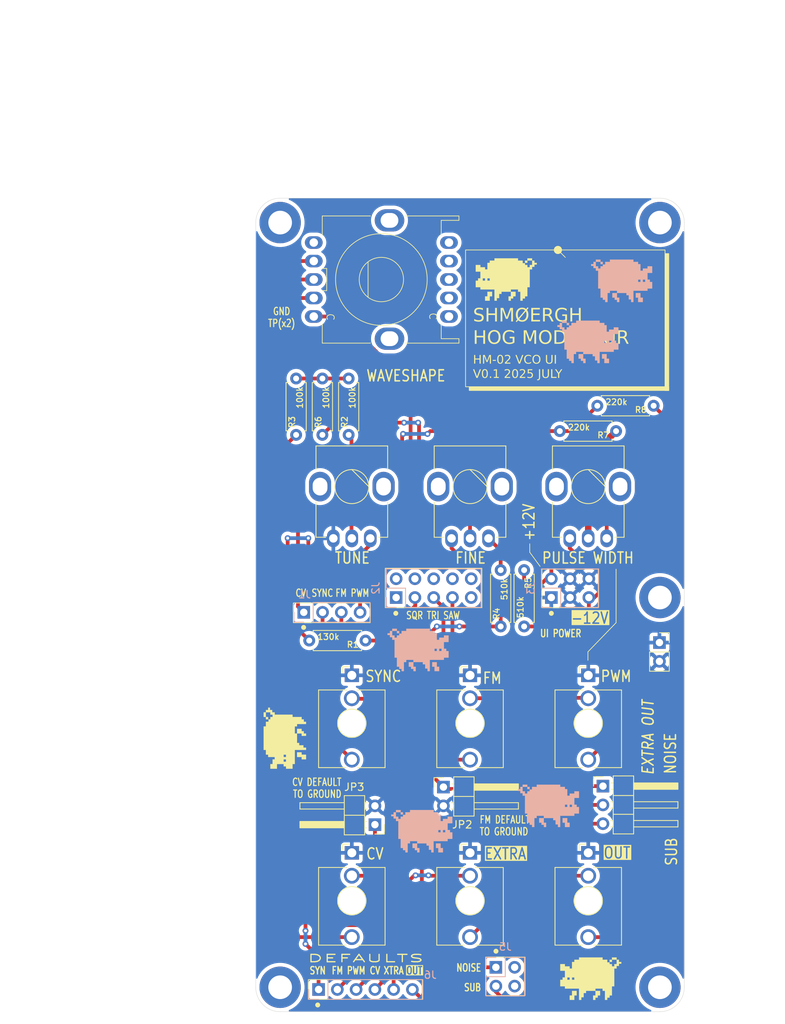
<source format=kicad_pcb>
(kicad_pcb (version 20241229) (generator "pcbnew") (generator_version "9.0")
  (layers (0 "F.Cu" signal) (2 "B.Cu" signal) (13 "F.Paste" user) (15 "B.Paste" user) (5 "F.SilkS" user "F.Silkscreen") (7 "B.SilkS" user "B.Silkscreen") (1 "F.Mask" user) (3 "B.Mask" user) (25 "Edge.Cuts" user))
  (net 0 "")
  (net 1 "HARD_SYNC")
  (net 2 "FM")
  (net 3 "CV")
  (net 4 "SQR_SHAPE")
  (net 7 "TRI")
  (net 9 "SAW")
  (net 11 "SQR")
  (net 12 "+12V")
  (net 13 "GND")
  (net 14 "-12V")
  (net 15 "NOISE")
  (net 16 "SUB")
  (net 17 "Net-(JP1-C)")
  (net 18 "Net-(J_CV1-PadT)")
  (net 19 "EXTRA_DEFAULT")
  (net 20 "OUT_DEFAULT")
  (net 21 "Net-(J_OUT1-PadT)")
  (net 22 "Net-(J_PWM1-PadT)")
  (net 23 "Net-(R1-Pad2)")
  (net 24 "Net-(R2-Pad1)")
  (net 25 "Net-(R4-Pad2)")
  (net 26 "Net-(R5-Pad1)")
  (net 27 "Net-(R6-Pad1)")
  (net 28 "Net-(R7-Pad1)")
  (net 35 "FM_DEFAULT")
  (net 36 "SYNC_DEFAULT")
  (net 37 "PWM_DEFAULT")
  (net 38 "CV_DEFAULT")
  (footprint "Shmoergh_Custom_Footprints:SR1712-0203" (layer "F.Cu") (at 141 55 -90)
    (property "Reference" "U1")
    (property "Value" "0203")
    (fp_text user "C" (at 4.5 7.5 270) (layer "F.SilkS") (effects (font (thickness 0.1)) (justify left bottom)))
    (fp_text user "C" (at 4.4 -6.4 270) (layer "F.SilkS") (effects (font (thickness 0.1)) (justify left bottom)))
    (pad "" thru_hole oval (at -8 -1.1 90) (size 3 4) (drill oval 2 2.4) (layers "*.Cu" "*.Mask"))
    (pad "" thru_hole oval (at 8 -1.1 90) (size 3 4) (drill oval 2 2.4) (layers "*.Cu" "*.Mask"))
    (pad "1" thru_hole oval (at 5 9.15 90) (size 1.7 2.4) (drill 1.15) (layers "*.Cu" "*.Mask") (net 21 "Net-(J_OUT1-PadT)"))
    (pad "2" thru_hole oval (at 2.5 9.15 90) (size 1.7 2.4) (drill 1.15) (layers "*.Cu" "*.Mask") (net 7 "TRI"))
    (pad "3" thru_hole oval (at 0 9.15 90) (size 1.7 2.4) (drill 1.15) (layers "*.Cu" "*.Mask") (net 9 "SAW"))
    (pad "4" thru_hole oval (at -2.5 9.15 90) (size 1.7 2.4) (drill 1.15) (layers "*.Cu" "*.Mask") (net 11 "SQR"))
    (pad "5" thru_hole oval (at -5 9.15 90) (size 1.7 2.4) (drill 1.15) (layers "*.Cu" "*.Mask"))
    (pad "6" thru_hole oval (at -5 -9.15 90) (size 1.7 2.4) (drill 1.15) (layers "*.Cu" "*.Mask"))
    (pad "7" thru_hole oval (at -2.5 -9.15 90) (size 1.7 2.4) (drill 1.15) (layers "*.Cu" "*.Mask"))
    (pad "8" thru_hole oval (at 0 -9.15 90) (size 1.7 2.4) (drill 1.15) (layers "*.Cu" "*.Mask"))
    (pad "9" thru_hole oval (at 2.5 -9.15 90) (size 1.7 2.4) (drill 1.15) (layers "*.Cu" "*.Mask"))
    (pad "10" thru_hole oval (at 5 -9.15 90) (size 1.7 2.4) (drill 1.15) (layers "*.Cu" "*.Mask"))
  )
  (footprint "Connector_PinHeader_2.54mm:PinHeader_1x02_P2.54mm_Horizontal" (layer "F.Cu") (at 140.129 128.709 180)
    (property "Reference" "JP3" (at 2.794 5.08 0) (layer "F.SilkS"))
    (property "Value" "Jumper_2_Open")
    (pad "1" thru_hole rect (at 0 0 180) (size 1.7 1.7) (drill 1) (layers "*.Cu" "*.Mask") (net 38 "CV_DEFAULT"))
    (pad "2" thru_hole circle (at 0 2.54 180) (size 1.7 1.7) (drill 1) (layers "*.Cu" "*.Mask") (net 13 "GND"))
  )
  (footprint "Shmoergh_Custom_Footprints:Jack_3.5mm_QingPu_WQP-PJ398SM_Vertical_CircularHoles" (layer "F.Cu") (at 153 115)
    (property "Reference" "J_FM1")
    (property "Value" "PJ398SM")
    (pad "" np_thru_hole circle (at 0 0) (size 3.4 3.4) (drill 3.4) (layers "*.Cu" "*.Mask"))
    (pad "S" thru_hole rect (at 0 -6.48 180) (size 1.93 1.83) (drill 1.22) (layers "*.Cu" "*.Mask") (net 13 "GND"))
    (pad "T" thru_hole circle (at 0 4.92 180) (size 2.13 2.13) (drill 1.43) (layers "*.Cu" "*.Mask") (net 2 "FM"))
    (pad "TN" thru_hole circle (at 0 -3.38 180) (size 2.13 2.13) (drill 1.42) (layers "*.Cu" "*.Mask") (net 35 "FM_DEFAULT"))
  )
  (footprint "Connector_PinHeader_2.54mm:PinHeader_1x02_P2.54mm_Horizontal" (layer "F.Cu") (at 149.4 123.629)
    (property "Reference" "JP2" (at 2.54 5.08 0) (layer "F.SilkS"))
    (property "Value" "Jumper_2_Open")
    (pad "1" thru_hole rect (at 0 0) (size 1.7 1.7) (drill 1) (layers "*.Cu" "*.Mask") (net 35 "FM_DEFAULT"))
    (pad "2" thru_hole circle (at 0 2.54) (size 1.7 1.7) (drill 1) (layers "*.Cu" "*.Mask") (net 13 "GND"))
  )
  (footprint "Connector_PinSocket_2.54mm:PinSocket_1x02_P2.54mm_Vertical" (layer "F.Cu") (at 178.635 104.091)
    (property "Reference" "J4")
    (property "Value" "Conn_01x02")
    (pad "1" thru_hole rect (at 0 0) (size 1.7 1.7) (drill 1) (layers "*.Cu" "*.Mask") (net 13 "GND"))
    (pad "2" thru_hole circle (at 0 2.54) (size 1.7 1.7) (drill 1) (layers "*.Cu" "*.Mask") (net 13 "GND"))
  )
  (footprint "Shmoergh_Custom_Footprints:Jack_3.5mm_QingPu_WQP-PJ398SM_Vertical_CircularHoles" (layer "F.Cu") (at 153 139)
    (property "Reference" "J_EXTRA_OUT1")
    (property "Value" "PJ398SM")
    (pad "" np_thru_hole circle (at 0 0) (size 3.4 3.4) (drill 3.4) (layers "*.Cu" "*.Mask"))
    (pad "S" thru_hole rect (at 0 -6.48 180) (size 1.93 1.83) (drill 1.22) (layers "*.Cu" "*.Mask") (net 13 "GND"))
    (pad "T" thru_hole circle (at 0 4.92 180) (size 2.13 2.13) (drill 1.43) (layers "*.Cu" "*.Mask") (net 17 "Net-(JP1-C)"))
    (pad "TN" thru_hole circle (at 0 -3.38 180) (size 2.13 2.13) (drill 1.42) (layers "*.Cu" "*.Mask") (net 19 "EXTRA_DEFAULT"))
  )
  (footprint "MountingHole:MountingHole_3.2mm_M3_DIN965_Pad" (layer "F.Cu") (at 178.7 47.3)
    (property "Reference" "H2")
    (property "Value" "MountingHole")
    (pad "1" thru_hole circle (at 0 0) (size 5.6 5.6) (drill 3.2) (layers "*.Cu" "*.Mask"))
  )
  (footprint "Shmoergh_Custom_Footprints:Jack_3.5mm_QingPu_WQP-PJ398SM_Vertical_CircularHoles" (layer "F.Cu") (at 137 139)
    (property "Reference" "J_CV1")
    (property "Value" "PJ398SM")
    (pad "" np_thru_hole circle (at 0 0) (size 3.4 3.4) (drill 3.4) (layers "*.Cu" "*.Mask"))
    (pad "S" thru_hole rect (at 0 -6.48 180) (size 1.93 1.83) (drill 1.22) (layers "*.Cu" "*.Mask") (net 13 "GND"))
    (pad "T" thru_hole circle (at 0 4.92 180) (size 2.13 2.13) (drill 1.43) (layers "*.Cu" "*.Mask") (net 18 "Net-(J_CV1-PadT)"))
    (pad "TN" thru_hole circle (at 0 -3.38 180) (size 2.13 2.13) (drill 1.42) (layers "*.Cu" "*.Mask") (net 38 "CV_DEFAULT"))
  )
  (footprint "MountingHole:MountingHole_3.2mm_M3_DIN965_Pad" (layer "F.Cu") (at 178.7 150.7)
    (property "Reference" "H3")
    (property "Value" "MountingHole")
    (pad "1" thru_hole circle (at 0 0) (size 5.6 5.6) (drill 3.2) (layers "*.Cu" "*.Mask"))
  )
  (footprint "Shmoergh_Custom_Footprints:Jack_3.5mm_QingPu_WQP-PJ398SM_Vertical_CircularHoles" (layer "F.Cu") (at 169 115)
    (property "Reference" "J_PWM1")
    (property "Value" "PJ398SM")
    (pad "" np_thru_hole circle (at 0 0) (size 3.4 3.4) (drill 3.4) (layers "*.Cu" "*.Mask"))
    (pad "S" thru_hole rect (at 0 -6.48 180) (size 1.93 1.83) (drill 1.22) (layers "*.Cu" "*.Mask") (net 13 "GND"))
    (pad "T" thru_hole circle (at 0 4.92 180) (size 2.13 2.13) (drill 1.43) (layers "*.Cu" "*.Mask") (net 22 "Net-(J_PWM1-PadT)"))
    (pad "TN" thru_hole circle (at 0 -3.38 180) (size 2.13 2.13) (drill 1.42) (layers "*.Cu" "*.Mask") (net 37 "PWM_DEFAULT"))
  )
  (footprint "Shmoergh_Custom_Footprints:R_Axial_DIN0207_L6.3mm_D2.5mm_P7.62mm_Horizontal" (layer "F.Cu") (at 136.573 76.004 90)
    (property "Reference" "R2" (at 0.85 -0.55 90) (layer "F.SilkS") (effects (font (size 0.8 0.8)) (justify left)))
    (property "Value" "100k" (at 6.6 0.5 90) (layer "F.SilkS") (effects (font (size 0.8 0.8)) (justify right)))
    (pad "1" thru_hole circle (at 0 0 90) (size 1.6 1.6) (drill 0.8) (layers "*.Cu" "*.Mask") (net 24 "Net-(R2-Pad1)"))
    (pad "2" thru_hole oval (at 7.62 0 90) (size 1.6 1.6) (drill 0.8) (layers "*.Cu" "*.Mask") (net 3 "CV"))
  )
  (footprint "Shmoergh_Logo:Gyeszno" (layer "F.Cu") (at 169.339 149.537)
    (property "Reference" "G***" (hide yes))
    (property "Value" "LOGO" (hide yes))
  )
  (footprint "Shmoergh_Custom_Footprints:Jack_3.5mm_QingPu_WQP-PJ398SM_Vertical_CircularHoles" (layer "F.Cu") (at 169 139)
    (property "Reference" "J_OUT1")
    (property "Value" "PJ398SM")
    (pad "" np_thru_hole circle (at 0 0) (size 3.4 3.4) (drill 3.4) (layers "*.Cu" "*.Mask"))
    (pad "S" thru_hole rect (at 0 -6.48 180) (size 1.93 1.83) (drill 1.22) (layers "*.Cu" "*.Mask") (net 13 "GND"))
    (pad "T" thru_hole circle (at 0 4.92 180) (size 2.13 2.13) (drill 1.43) (layers "*.Cu" "*.Mask") (net 21 "Net-(J_OUT1-PadT)"))
    (pad "TN" thru_hole circle (at 0 -3.38 180) (size 2.13 2.13) (drill 1.42) (layers "*.Cu" "*.Mask") (net 20 "OUT_DEFAULT"))
  )
  (footprint "MountingHole:MountingHole_3.2mm_M3_DIN965_Pad" (layer "F.Cu") (at 127.3 47.3)
    (property "Reference" "H1")
    (property "Value" "MountingHole")
    (pad "1" thru_hole circle (at 0 0) (size 5.6 5.6) (drill 3.2) (layers "*.Cu" "*.Mask"))
  )
  (footprint "MountingHole:MountingHole_3.2mm_M3_DIN965_Pad" (layer "F.Cu") (at 127.3 150.7)
    (property "Reference" "H4")
    (property "Value" "MountingHole")
    (pad "1" thru_hole circle (at 0 0) (size 5.6 5.6) (drill 3.2) (layers "*.Cu" "*.Mask"))
  )
  (footprint "Shmoergh_Custom_Footprints:R_Axial_DIN0207_L6.3mm_D2.5mm_P7.62mm_Horizontal" (layer "F.Cu") (at 160.322 94.292 -90)
    (property "Reference" "R5" (at 0.85 -0.55 90) (layer "F.SilkS") (effects (font (size 0.8 0.8)) (justify right)))
    (property "Value" "510k" (at 6.6 0.5 90) (layer "F.SilkS") (effects (font (size 0.8 0.8)) (justify left)))
    (pad "1" thru_hole circle (at 0 0 270) (size 1.6 1.6) (drill 0.8) (layers "*.Cu" "*.Mask") (net 26 "Net-(R5-Pad1)"))
    (pad "2" thru_hole oval (at 7.62 0 270) (size 1.6 1.6) (drill 0.8) (layers "*.Cu" "*.Mask") (net 14 "-12V"))
  )
  (footprint "Shmoergh_Logo:Gyeszno" (layer "F.Cu") (at 157.894 55)
    (property "Reference" "G***" (hide yes))
    (property "Value" "LOGO" (hide yes))
  )
  (footprint "Shmoergh_Custom_Footprints:Potentiometer_Bourns_Single-PTV09A" (layer "F.Cu") (at 169 83)
    (property "Reference" "RV_PWM1")
    (property "Value" "100k")
    (pad "" thru_hole oval (at -4.3 0 180) (size 3 4) (drill oval 2 2.4) (layers "*.Cu" "*.Mask"))
    (pad "" thru_hole oval (at 4.3 0 180) (size 3 4) (drill oval 2 2.4) (layers "*.Cu" "*.Mask"))
    (pad "1" thru_hole oval (at -2.5 7 180) (size 1.7 2.4) (drill 1.15) (layers "*.Cu" "*.Mask") (net 14 "-12V"))
    (pad "2" thru_hole oval (at 0 7 180) (size 1.7 2.4) (drill 1.15) (layers "*.Cu" "*.Mask") (net 28 "Net-(R7-Pad1)"))
    (pad "3" thru_hole oval (at 2.5 7 180) (size 1.7 2.4) (drill 1.15) (layers "*.Cu" "*.Mask") (net 12 "+12V"))
  )
  (footprint "Shmoergh_Custom_Footprints:R_Axial_DIN0207_L6.3mm_D2.5mm_P7.62mm_Horizontal" (layer "F.Cu") (at 133.017 76.004 90)
    (property "Reference" "R6" (at 0.85 -0.55 90) (layer "F.SilkS") (effects (font (size 0.8 0.8)) (justify left)))
    (property "Value" "100k" (at 6.6 0.5 90) (layer "F.SilkS") (effects (font (size 0.8 0.8)) (justify right)))
    (pad "1" thru_hole circle (at 0 0 90) (size 1.6 1.6) (drill 0.8) (layers "*.Cu" "*.Mask") (net 27 "Net-(R6-Pad1)"))
    (pad "2" thru_hole oval (at 7.62 0 90) (size 1.6 1.6) (drill 0.8) (layers "*.Cu" "*.Mask") (net 3 "CV"))
  )
  (footprint "Shmoergh_Custom_Footprints:Potentiometer_Bourns_Single-PTV09A" (layer "F.Cu") (at 137 83)
    (property "Reference" "RV_TUNE1")
    (property "Value" "100k")
    (pad "" thru_hole oval (at -4.3 0 180) (size 3 4) (drill oval 2 2.4) (layers "*.Cu" "*.Mask"))
    (pad "" thru_hole oval (at 4.3 0 180) (size 3 4) (drill oval 2 2.4) (layers "*.Cu" "*.Mask"))
    (pad "1" thru_hole oval (at -2.5 7 180) (size 1.7 2.4) (drill 1.15) (layers "*.Cu" "*.Mask") (net 13 "GND"))
    (pad "2" thru_hole oval (at 0 7 180) (size 1.7 2.4) (drill 1.15) (layers "*.Cu" "*.Mask") (net 24 "Net-(R2-Pad1)"))
    (pad "3" thru_hole oval (at 2.5 7 180) (size 1.7 2.4) (drill 1.15) (layers "*.Cu" "*.Mask") (net 23 "Net-(R1-Pad2)"))
  )
  (footprint "Shmoergh_Custom_Footprints:R_Axial_DIN0207_L6.3mm_D2.5mm_P7.62mm_Horizontal" (layer "F.Cu") (at 129.461 76.004 90)
    (property "Reference" "R3" (at 0.85 -0.55 90) (layer "F.SilkS") (effects (font (size 0.8 0.8)) (justify left)))
    (property "Value" "100k" (at 6.6 0.5 90) (layer "F.SilkS") (effects (font (size 0.8 0.8)) (justify right)))
    (pad "1" thru_hole circle (at 0 0 90) (size 1.6 1.6) (drill 0.8) (layers "*.Cu" "*.Mask") (net 18 "Net-(J_CV1-PadT)"))
    (pad "2" thru_hole oval (at 7.62 0 90) (size 1.6 1.6) (drill 0.8) (layers "*.Cu" "*.Mask") (net 3 "CV"))
  )
  (footprint "Shmoergh_Custom_Footprints:Potentiometer_Bourns_Single-PTV09A" (layer "F.Cu") (at 153 83)
    (property "Reference" "RV_FINE1")
    (property "Value" "100k")
    (pad "" thru_hole oval (at -4.3 0 180) (size 3 4) (drill oval 2 2.4) (layers "*.Cu" "*.Mask"))
    (pad "" thru_hole oval (at 4.3 0 180) (size 3 4) (drill oval 2 2.4) (layers "*.Cu" "*.Mask"))
    (pad "1" thru_hole oval (at -2.5 7 180) (size 1.7 2.4) (drill 1.15) (layers "*.Cu" "*.Mask") (net 26 "Net-(R5-Pad1)"))
    (pad "2" thru_hole oval (at 0 7 180) (size 1.7 2.4) (drill 1.15) (layers "*.Cu" "*.Mask") (net 27 "Net-(R6-Pad1)"))
    (pad "3" thru_hole oval (at 2.5 7 180) (size 1.7 2.4) (drill 1.15) (layers "*.Cu" "*.Mask") (net 25 "Net-(R4-Pad2)"))
  )
  (footprint "Shmoergh_Custom_Footprints:R_Axial_DIN0207_L6.3mm_D2.5mm_P7.62mm_Horizontal" (layer "F.Cu") (at 138.859 103.817 180)
    (property "Reference" "R1" (at 0.85 -0.55 0) (layer "F.SilkS") (effects (font (size 0.8 0.8)) (justify right)))
    (property "Value" "130k" (at 6.6 0.5 0) (layer "F.SilkS") (effects (font (size 0.8 0.8)) (justify left)))
    (pad "1" thru_hole circle (at 0 0 180) (size 1.6 1.6) (drill 0.8) (layers "*.Cu" "*.Mask") (net 12 "+12V"))
    (pad "2" thru_hole oval (at 7.62 0 180) (size 1.6 1.6) (drill 0.8) (layers "*.Cu" "*.Mask") (net 23 "Net-(R1-Pad2)"))
  )
  (footprint "Shmoergh_Custom_Footprints:R_Axial_DIN0207_L6.3mm_D2.5mm_P7.62mm_Horizontal" (layer "F.Cu") (at 172.768 75.496 180)
    (property "Reference" "R7" (at 0.85 -0.55 0) (layer "F.SilkS") (effects (font (size 0.8 0.8)) (justify right)))
    (property "Value" "220k" (at 6.6 0.5 0) (layer "F.SilkS") (effects (font (size 0.8 0.8)) (justify left)))
    (pad "1" thru_hole circle (at 0 0 180) (size 1.6 1.6) (drill 0.8) (layers "*.Cu" "*.Mask") (net 28 "Net-(R7-Pad1)"))
    (pad "2" thru_hole oval (at 7.62 0 180) (size 1.6 1.6) (drill 0.8) (layers "*.Cu" "*.Mask") (net 4 "SQR_SHAPE"))
  )
  (footprint "MountingHole:MountingHole_3.2mm_M3_DIN965_Pad" (layer "F.Cu") (at 178.7 98)
    (property "Reference" "H5")
    (property "Value" "MountingHole")
    (pad "1" thru_hole circle (at 0 0) (size 5.6 5.6) (drill 3.2) (layers "*.Cu" "*.Mask"))
  )
  (footprint "Shmoergh_Custom_Footprints:R_Axial_DIN0207_L6.3mm_D2.5mm_P7.62mm_Horizontal" (layer "F.Cu") (at 157.147 101.912 90)
    (property "Reference" "R4" (at 0.85 -0.55 90) (layer "F.SilkS") (effects (font (size 0.8 0.8)) (justify left)))
    (property "Value" "510k" (at 6.6 0.5 90) (layer "F.SilkS") (effects (font (size 0.8 0.8)) (justify right)))
    (pad "1" thru_hole circle (at 0 0 90) (size 1.6 1.6) (drill 0.8) (layers "*.Cu" "*.Mask") (net 12 "+12V"))
    (pad "2" thru_hole oval (at 7.62 0 90) (size 1.6 1.6) (drill 0.8) (layers "*.Cu" "*.Mask") (net 25 "Net-(R4-Pad2)"))
  )
  (footprint "Shmoergh_Custom_Footprints:Jack_3.5mm_QingPu_WQP-PJ398SM_Vertical_CircularHoles" (layer "F.Cu") (at 137 115)
    (property "Reference" "J_SYNC1")
    (property "Value" "PJ398SM")
    (pad "" np_thru_hole circle (at 0 0) (size 3.4 3.4) (drill 3.4) (layers "*.Cu" "*.Mask"))
    (pad "S" thru_hole rect (at 0 -6.48 180) (size 1.93 1.83) (drill 1.22) (layers "*.Cu" "*.Mask") (net 13 "GND"))
    (pad "T" thru_hole circle (at 0 4.92 180) (size 2.13 2.13) (drill 1.43) (layers "*.Cu" "*.Mask") (net 1 "HARD_SYNC"))
    (pad "TN" thru_hole circle (at 0 -3.38 180) (size 2.13 2.13) (drill 1.42) (layers "*.Cu" "*.Mask") (net 36 "SYNC_DEFAULT"))
  )
  (footprint "Shmoergh_Logo:Gyeszno" (layer "F.Cu") (at 127.937 117.025 90)
    (property "Reference" "G***" (hide yes))
    (property "Value" "LOGO" (hide yes))
  )
  (footprint "Shmoergh_Custom_Footprints:R_Axial_DIN0207_L6.3mm_D2.5mm_P7.62mm_Horizontal" (layer "F.Cu") (at 177.848 72.067 180)
    (property "Reference" "R8" (at 0.85 -0.55 0) (layer "F.SilkS") (effects (font (size 0.8 0.8)) (justify right)))
    (property "Value" "220k" (at 6.6 0.5 0) (layer "F.SilkS") (effects (font (size 0.8 0.8)) (justify left)))
    (pad "1" thru_hole circle (at 0 0 180) (size 1.6 1.6) (drill 0.8) (layers "*.Cu" "*.Mask") (net 22 "Net-(J_PWM1-PadT)"))
    (pad "2" thru_hole oval (at 7.62 0 180) (size 1.6 1.6) (drill 0.8) (layers "*.Cu" "*.Mask") (net 4 "SQR_SHAPE"))
  )
  (footprint "Connector_PinHeader_2.54mm:PinHeader_1x03_P2.54mm_Horizontal" (layer "F.Cu") (at 170.99 123.502)
    (property "Reference" "JP1")
    (property "Value" "Jumper_3_Open")
    (pad "1" thru_hole rect (at 0 0) (size 1.7 1.7) (drill 1) (layers "*.Cu" "*.Mask") (net 15 "NOISE"))
    (pad "2" thru_hole circle (at 0 2.54) (size 1.7 1.7) (drill 1) (layers "*.Cu" "*.Mask") (net 17 "Net-(JP1-C)"))
    (pad "3" thru_hole circle (at 0 5.08) (size 1.7 1.7) (drill 1) (layers "*.Cu" "*.Mask") (net 16 "SUB"))
  )
  (footprint "Shmoergh_Logo:Gyeszno" (layer "B.Cu") (at 146.479 129.598 180)
    (property "Reference" "G***" (hide yes))
    (property "Value" "LOGO" (hide yes))
  )
  (footprint "Connector_PinSocket_2.54mm:PinSocket_1x04_P2.54mm_Vertical" (layer "B.Cu") (at 130.5 100 -90)
    (property "Reference" "J1" (at -2.406 -0.104 0) (layer "B.SilkS") (effects (justify mirror)))
    (property "Value" "Conn_01x04")
    (pad "1" thru_hole rect (at 0 0 270) (size 1.7 1.7) (drill 1) (layers "*.Cu" "*.Mask") (net 3 "CV"))
    (pad "2" thru_hole circle (at 0 -2.54 270) (size 1.7 1.7) (drill 1) (layers "*.Cu" "*.Mask") (net 1 "HARD_SYNC"))
    (pad "3" thru_hole circle (at 0 -5.08 270) (size 1.7 1.7) (drill 1) (layers "*.Cu" "*.Mask") (net 2 "FM"))
    (pad "4" thru_hole circle (at 0 -7.62 270) (size 1.7 1.7) (drill 1) (layers "*.Cu" "*.Mask") (net 4 "SQR_SHAPE"))
  )
  (footprint "Connector_PinSocket_2.54mm:PinSocket_2x03_P2.54mm_Vertical" (layer "B.Cu") (at 164 98 -90)
    (property "Reference" "J3" (at -1.27 2.77 90) (layer "B.SilkS") (effects (justify mirror)))
    (property "Value" "Conn_02x03_Odd_Even")
    (pad "1" thru_hole rect (at 0 0 270) (size 1.7 1.7) (drill 1) (layers "*.Cu" "*.Mask") (net 13 "GND"))
    (pad "2" thru_hole circle (at -2.54 0 270) (size 1.7 1.7) (drill 1) (layers "*.Cu" "*.Mask") (net 12 "+12V"))
    (pad "3" thru_hole circle (at 0 -2.54 270) (size 1.7 1.7) (drill 1) (layers "*.Cu" "*.Mask") (net 13 "GND"))
    (pad "4" thru_hole circle (at -2.54 -2.54 270) (size 1.7 1.7) (drill 1) (layers "*.Cu" "*.Mask") (net 13 "GND"))
    (pad "5" thru_hole circle (at 0 -5.08 270) (size 1.7 1.7) (drill 1) (layers "*.Cu" "*.Mask") (net 14 "-12V"))
    (pad "6" thru_hole circle (at -2.54 -5.08 270) (size 1.7 1.7) (drill 1) (layers "*.Cu" "*.Mask") (net 13 "GND"))
  )
  (footprint "Connector_PinSocket_2.54mm:PinSocket_1x06_P2.54mm_Vertical" (layer "B.Cu") (at 132.5 151 -90)
    (property "Reference" "J6" (at -1.966 -15.122 0) (layer "B.SilkS") (effects (justify mirror)))
    (property "Value" "Conn_01x06")
    (pad "1" thru_hole rect (at 0 0 270) (size 1.7 1.7) (drill 1) (layers "*.Cu" "*.Mask") (net 36 "SYNC_DEFAULT"))
    (pad "2" thru_hole circle (at 0 -2.54 270) (size 1.7 1.7) (drill 1) (layers "*.Cu" "*.Mask") (net 35 "FM_DEFAULT"))
    (pad "3" thru_hole circle (at 0 -5.08 270) (size 1.7 1.7) (drill 1) (layers "*.Cu" "*.Mask") (net 37 "PWM_DEFAULT"))
    (pad "4" thru_hole circle (at 0 -7.62 270) (size 1.7 1.7) (drill 1) (layers "*.Cu" "*.Mask") (net 38 "CV_DEFAULT"))
    (pad "5" thru_hole circle (at 0 -10.16 270) (size 1.7 1.7) (drill 1) (layers "*.Cu" "*.Mask") (net 19 "EXTRA_DEFAULT"))
    (pad "6" thru_hole circle (at 0 -12.7 270) (size 1.7 1.7) (drill 1) (layers "*.Cu" "*.Mask") (net 20 "OUT_DEFAULT"))
  )
  (footprint "Shmoergh_Logo:Gyeszno" (layer "B.Cu") (at 163.624 126.169 180)
    (property "Reference" "G***" (hide yes))
    (property "Value" "LOGO" (hide yes))
  )
  (footprint "Shmoergh_Logo:Gyeszno" (layer "B.Cu") (at 168.958 63.431 180)
    (property "Reference" "G***" (hide yes))
    (property "Value" "LOGO" (hide yes))
  )
  (footprint "Connector_PinSocket_2.54mm:PinSocket_2x02_P2.54mm_Vertical" (layer "B.Cu") (at 156.5 148 180)
    (property "Reference" "J5" (at -1.27 2.77 0) (layer "B.SilkS") (effects (justify mirror)))
    (property "Value" "Conn_02x02_Counter_Clockwise")
    (pad "1" thru_hole rect (at 0 0 180) (size 1.7 1.7) (drill 1) (layers "*.Cu" "*.Mask") (net 15 "NOISE"))
    (pad "2" thru_hole circle (at -2.54 0 180) (size 1.7 1.7) (drill 1) (layers "*.Cu" "*.Mask"))
    (pad "3" thru_hole circle (at 0 -2.54 180) (size 1.7 1.7) (drill 1) (layers "*.Cu" "*.Mask") (net 16 "SUB"))
    (pad "4" thru_hole circle (at -2.54 -2.54 180) (size 1.7 1.7) (drill 1) (layers "*.Cu" "*.Mask"))
  )
  (footprint "Shmoergh_Logo:Gyeszno" (layer "B.Cu") (at 173.53 55.176 180)
    (property "Reference" "G***" (hide yes))
    (property "Value" "LOGO" (hide yes))
  )
  (footprint "Connector_PinSocket_2.54mm:PinSocket_2x05_P2.54mm_Vertical" (layer "B.Cu") (at 143 98 -90)
    (property "Reference" "J2" (at -1.27 2.77 90) (layer "B.SilkS") (effects (justify mirror)))
    (property "Value" "Conn_02x05_Odd_Even")
    (pad "1" thru_hole rect (at 0 0 270) (size 1.7 1.7) (drill 1) (layers "*.Cu" "*.Mask"))
    (pad "2" thru_hole circle (at -2.54 0 270) (size 1.7 1.7) (drill 1) (layers "*.Cu" "*.Mask"))
    (pad "3" thru_hole circle (at 0 -2.54 270) (size 1.7 1.7) (drill 1) (layers "*.Cu" "*.Mask") (net 11 "SQR"))
    (pad "4" thru_hole circle (at -2.54 -2.54 270) (size 1.7 1.7) (drill 1) (layers "*.Cu" "*.Mask"))
    (pad "5" thru_hole circle (at 0 -5.08 270) (size 1.7 1.7) (drill 1) (layers "*.Cu" "*.Mask") (net 7 "TRI"))
    (pad "6" thru_hole circle (at -2.54 -5.08 270) (size 1.7 1.7) (drill 1) (layers "*.Cu" "*.Mask"))
    (pad "7" thru_hole circle (at 0 -7.62 270) (size 1.7 1.7) (drill 1) (layers "*.Cu" "*.Mask") (net 9 "SAW"))
    (pad "8" thru_hole circle (at -2.54 -7.62 270) (size 1.7 1.7) (drill 1) (layers "*.Cu" "*.Mask"))
    (pad "9" thru_hole circle (at 0 -10.16 270) (size 1.7 1.7) (drill 1) (layers "*.Cu" "*.Mask"))
    (pad "10" thru_hole circle (at -2.54 -10.16 270) (size 1.7 1.7) (drill 1) (layers "*.Cu" "*.Mask"))
  )
  (footprint "Shmoergh_Logo:Gyeszno" (layer "B.Cu") (at 145.971 105.087 180)
    (property "Reference" "G***" (hide yes))
    (property "Value" "LOGO" (hide yes))
  )
  (gr_rect (start 131.112 149.664) (end 146.606 152.331) (stroke (width 0.1)) (fill no) (layer "F.SilkS"))
  (gr_circle (center 142.952981 100.134) (end 143.206981 100.261) (stroke (width 0.1)) (fill yes) (layer "F.SilkS"))
  (gr_line (start 172.768 94.165) (end 172.768 101.404) (stroke (width 0.1)) (layer "F.SilkS"))
  (gr_line (start 172.768 101.404) (end 168.958 105.341) (stroke (width 0.1)) (layer "F.SilkS"))
  (gr_rect (start 162.735 94.165) (end 170.355 99.372) (stroke (width 0.1)) (fill no) (layer "F.SilkS"))
  (gr_rect (start 152.894 69.5) (end 179.894 70) (stroke (width 0.1)) (fill yes) (layer "F.SilkS"))
  (gr_line (start 161.084 90.736) (end 161.084 91.879) (stroke (width 0.1)) (layer "F.SilkS"))
  (gr_line (start 165.894 52) (end 164.894 51) (stroke (width 0.1)) (layer "F.SilkS"))
  (gr_rect (start 129.08 98.737) (end 139.494 101.404) (stroke (width 0.1)) (fill no) (layer "F.SilkS"))
  (gr_line (start 161.084 91.879) (end 162.481 93.784) (stroke (width 0.1)) (layer "F.SilkS"))
  (gr_rect (start 141.526 94.038) (end 154.607 99.372) (stroke (width 0.1)) (fill no) (layer "F.SilkS"))
  (gr_circle (center 132.382 153.093) (end 132.636 153.22) (stroke (width 0.1)) (fill yes) (layer "F.SilkS"))
  (gr_line (start 168.958 105.341) (end 168.958 106.484) (stroke (width 0.1)) (layer "F.SilkS"))
  (gr_rect (start 179.394 51.5) (end 179.894 70) (stroke (width 0.1)) (fill yes) (layer "F.SilkS"))
  (gr_circle (center 164.005 100.134) (end 164.259 100.261) (stroke (width 0.1)) (fill yes) (layer "F.SilkS"))
  (gr_rect (start 152.394 51) (end 179.394 69.5) (stroke (width 0.1)) (fill no) (layer "F.SilkS"))
  (gr_rect (start 155.115 146.616) (end 160.449 151.823) (stroke (width 0.1)) (fill no) (layer "F.SilkS"))
  (gr_circle (center 156.512 145.824019) (end 156.766 145.951019) (stroke (width 0.1)) (fill yes) (layer "F.SilkS"))
  (gr_circle (center 164.894 51) (end 164.894 50.5) (stroke (width 0.1)) (fill yes) (layer "F.SilkS"))
  (gr_circle (center 130.477 102.039) (end 130.731 102.166) (stroke (width 0.1)) (fill yes) (layer "F.SilkS"))
  (gr_line (start 178.7 154) (end 127.3 154) (stroke (width 0.05)) (layer "Edge.Cuts"))
  (gr_arc (start 182 150.7) (mid 181.033452 153.033452) (end 178.7 154) (stroke (width 0.05)) (layer "Edge.Cuts"))
  (gr_line (start 182 47.3) (end 182 150.7) (stroke (width 0.05)) (layer "Edge.Cuts"))
  (gr_line (start 127.3 44) (end 178.7 44) (stroke (width 0.05)) (layer "Edge.Cuts"))
  (gr_line (start 124 150.7) (end 124 47.3) (stroke (width 0.05)) (layer "Edge.Cuts"))
  (gr_arc (start 124 47.3) (mid 124.966548 44.966548) (end 127.3 44) (stroke (width 0.05)) (layer "Edge.Cuts"))
  (gr_arc (start 127.3 154) (mid 124.966548 153.033452) (end 124 150.7) (stroke (width 0.05)) (layer "Edge.Cuts"))
  (gr_arc (start 178.7 44) (mid 181.033452 44.966548) (end 182 47.3) (stroke (width 0.05)) (layer "Edge.Cuts"))
  (gr_text "SHMØERGH \nHOG MODULEUR" (at 153.394 64 0) (layer "F.SilkS") (effects (font (size 1.8 1.8) (thickness 0.1)) (justify left bottom)))
  (gr_text "PWM" (at 138.097 97.975 0) (layer "F.SilkS") (effects (font (size 1 0.75) (thickness 0.15) (bold yes)) (justify bottom)))
  (gr_text "PWM" (at 172.768 109.532 0) (layer "F.SilkS") (effects (font (size 1.5 1.25) (thickness 0.2) (bold yes)) (justify bottom)))
  (gr_text "CV" (at 140.129 133.535 0) (layer "F.SilkS") (effects (font (size 1.5 1.25) (thickness 0.2) (bold yes)) (justify bottom)))
  (gr_text "DEFAULTS" (at 138.859 147.378 0) (layer "F.SilkS") (effects (font (size 1 2.2) (thickness 0.17) (bold yes)) (justify bottom)))
  (gr_text "SUB" (at 153.337 151.315 0) (layer "F.SilkS") (effects (font (size 1 0.75) (thickness 0.17) (bold yes)) (justify bottom)))
  (gr_text "FM" (at 156.004 109.786 0) (layer "F.SilkS") (effects (font (size 1.5 1.25) (thickness 0.2) (bold yes)) (justify bottom)))
  (gr_text "PWM" (at 137.589 149.029 0) (layer "F.SilkS") (effects (font (size 1 0.75) (thickness 0.17) (bold yes)) (justify bottom)))
  (gr_text "CV" (at 140.129 149.029 0) (layer "F.SilkS") (effects (font (size 1 0.75) (thickness 0.17) (bold yes)) (justify bottom)))
  (gr_text "CV DEFAULT\nTO GROUND" (at 135.684 125.153 0) (layer "F.SilkS") (effects (font (size 1 0.75) (thickness 0.15) (bold yes)) (justify right bottom)))
  (gr_text "FINE" (at 153.083 93.53 0) (layer "F.SilkS") (effects (font (size 1.5 1.25) (thickness 0.2) (bold yes)) (justify bottom)))
  (gr_text "SUB" (at 181.14 130.36 90) (layer "F.SilkS") (effects (font (size 1.5 1.25) (thickness 0.2) (bold yes)) (justify right bottom)))
  (gr_text "PULSE WIDTH" (at 168.958 93.53 0) (layer "F.SilkS") (effects (font (size 1.5 1.25) (thickness 0.2) (bold yes)) (justify bottom)))
  (gr_text "FM" (at 135.049 149.029 0) (layer "F.SilkS") (effects (font (size 1 0.75) (thickness 0.17) (bold yes)) (justify bottom)))
  (gr_text "SQR" (at 145.5 101 0) (layer "F.SilkS") (effects (font (size 1 0.75) (thickness 0.15) (bold yes)) (justify bottom)))
  (gr_text "XTRA" (at 142.669 149.029 0) (layer "F.SilkS") (effects (font (size 1 0.75) (thickness 0.17) (bold yes)) (justify bottom)))
  (gr_text "NOISE" (at 181 121.978 90) (layer "F.SilkS") (effects (font (size 1.5 1.25) (thickness 0.2) (bold yes)) (justify left bottom)))
  (gr_text "UI POWER" (at 165.275 103.436 0) (layer "F.SilkS") (effects (font (size 1 0.75) (thickness 0.17) (bold yes)) (justify bottom)))
  (gr_text "TUNE" (at 137.081 93.53 0) (layer "F.SilkS") (effects (font (size 1.5 1.25) (thickness 0.2) (bold yes)) (justify bottom)))
  (gr_text "EXTRA OUT" (at 177.975 122.105 90) (layer "F.SilkS") (effects (font (size 1.5 1.25) (thickness 0.2) (bold yes) (italic yes)) (justify left bottom)))
  (gr_text "+12V" (at 161.846 87.815 90) (layer "F.SilkS") (effects (font (size 1.5 1.25) (thickness 0.2) (bold yes)) (justify bottom)))
  (gr_text "WAVESHAPE" (at 144.32 68.892 0) (layer "F.SilkS") (effects (font (size 1.5 1.25) (thickness 0.2) (bold yes)) (justify bottom)))
  (gr_text "OUT" (at 172.895 133.408 0) (layer "F.SilkS" knockout) (effects (font (size 1.5 1.25) (thickness 0.2) (bold yes)) (justify bottom)))
  (gr_text "SAW" (at 150.5 101 0) (layer "F.SilkS") (effects (font (size 1 0.75) (thickness 0.15) (bold yes)) (justify bottom)))
  (gr_text "EXTRA" (at 157.782 133.535 0) (layer "F.SilkS" knockout) (effects (font (size 1.5 1.25) (thickness 0.2) (bold yes)) (justify bottom)))
  (gr_text "SYNC" (at 141.272 109.532 0) (layer "F.SilkS") (effects (font (size 1.5 1.25) (thickness 0.2) (bold yes)) (justify bottom)))
  (gr_text "SYN" (at 132.382 149.029 0) (layer "F.SilkS") (effects (font (size 1 0.75) (thickness 0.17) (bold yes)) (justify bottom)))
  (gr_text "FM" (at 135.557 97.975 0) (layer "F.SilkS") (effects (font (size 1 0.75) (thickness 0.15) (bold yes)) (justify bottom)))
  (gr_text "OUT" (at 145.463 149.029 0) (layer "F.SilkS" knockout) (effects (font (size 1 0.75) (thickness 0.17) (bold yes)) (justify bottom)))
  (gr_text "NOISE" (at 152.829 148.648 0) (layer "F.SilkS") (effects (font (size 1 0.75) (thickness 0.17) (bold yes)) (justify bottom)))
  (gr_text "SYNC" (at 133.017 97.975 0) (layer "F.SilkS") (effects (font (size 1 0.75) (thickness 0.15) (bold yes)) (justify bottom)))
  (gr_text "GND\nTP(x2)" (at 127.5 61.5 0) (layer "F.SilkS") (effects (font (size 1 0.75) (thickness 0.15) (bold yes)) (justify bottom)))
  (gr_text "-12V" (at 169.212 101.658 0) (layer "F.SilkS" knockout) (effects (font (size 1.5 1.25) (thickness 0.2) (bold yes)) (justify bottom)))
  (gr_text "FM DEFAULT\nTO GROUND" (at 154.226 130.233 0) (layer "F.SilkS") (effects (font (size 1 0.75) (thickness 0.15) (bold yes)) (justify left bottom)))
  (gr_text "TRI" (at 148 101 0) (layer "F.SilkS") (effects (font (size 1 0.75) (thickness 0.15) (bold yes)) (justify bottom)))
  (gr_text "HM-02 VCO UI \nV0.1 2025 JULY" (at 153.394 68.5 0) (layer "F.SilkS") (effects (font (size 1.15 1.15) (thickness 0.1)) (justify left bottom)))
  (gr_text "CV" (at 130.096 97.975 0) (layer "F.SilkS") (effects (font (size 1 0.75) (thickness 0.15) (bold yes)) (justify bottom)))
  (segment (start 133.04 115.96) (end 133.04 100) (width 0.508) (layer "F.Cu") (net 1))
  (segment (start 137 119.92) (end 133.04 115.96) (width 0.508) (layer "F.Cu") (net 1))
  (segment (start 148.358 119.92) (end 153 119.92) (width 0.508) (layer "F.Cu") (net 2))
  (segment (start 135.557 105.595) (end 136.192 106.23) (width 0.508) (layer "F.Cu") (net 2))
  (segment (start 146.606 107.881) (end 146.606 118.168) (width 0.508) (layer "F.Cu") (net 2))
  (segment (start 136.192 106.23) (end 144.955 106.23) (width 0.508) (layer "F.Cu") (net 2))
  (segment (start 135.557 104.117) (end 135.557 105.595) (width 0.508) (layer "F.Cu") (net 2))
  (segment (start 146.606 118.168) (end 148.358 119.92) (width 0.508) (layer "F.Cu") (net 2))
  (segment (start 135.58 104.094) (end 135.557 104.117) (width 0.508) (layer "F.Cu") (net 2))
  (segment (start 135.58 100) (end 135.58 104.094) (width 0.508) (layer "F.Cu") (net 2))
  (segment (start 144.955 106.23) (end 146.606 107.881) (width 0.508) (layer "F.Cu") (net 2))
  (segment (start 131.366 77.401) (end 131.366 68.384) (width 0.508) (layer "F.Cu") (net 3))
  (segment (start 131.366 78.29) (end 131.366 77.401) (width 0.508) (layer "F.Cu") (net 3))
  (segment (start 136.573 68.384) (end 133.017 68.384) (width 0.508) (layer "F.Cu") (net 3))
  (segment (start 129.715 99.215) (end 129.715 79.941) (width 0.508) (layer "F.Cu") (net 3))
  (segment (start 129.715 79.941) (end 131.366 78.29) (width 0.508) (layer "F.Cu") (net 3))
  (segment (start 130.5 100) (end 129.715 99.215) (width 0.508) (layer "F.Cu") (net 3))
  (segment (start 133.017 68.384) (end 131.366 68.384) (width 0.508) (layer "F.Cu") (net 3))
  (segment (start 131.366 68.384) (end 129.461 68.384) (width 0.508) (layer "F.Cu") (net 3))
  (segment (start 143.812 91.371) (end 143.05 92.133) (width 0.508) (layer "F.Cu") (net 4))
  (segment (start 147.241 75.877) (end 147.622 75.496) (width 0.508) (layer "F.Cu") (net 4))
  (segment (start 143.939 75.877) (end 143.812 76.004) (width 0.508) (layer "F.Cu") (net 4))
  (segment (start 166.799 75.496) (end 170.228 72.067) (width 0.508) (layer "F.Cu") (net 4))
  (segment (start 165.148 75.496) (end 166.799 75.496) (width 0.508) (layer "F.Cu") (net 4))
  (segment (start 143.05 92.133) (end 140.383 92.133) (width 0.508) (layer "F.Cu") (net 4))
  (segment (start 140.383 92.133) (end 138.12 94.396) (width 0.508) (layer "F.Cu") (net 4))
  (segment (start 138.12 94.396) (end 138.12 100) (width 0.508) (layer "F.Cu") (net 4))
  (segment (start 147.622 75.496) (end 165.148 75.496) (width 0.508) (layer "F.Cu") (net 4))
  (segment (start 143.812 76.004) (end 143.812 91.371) (width 0.508) (layer "F.Cu") (net 4))
  (via (at 147.241 75.877) (size 0.8) (drill 0.4) (layers "F.Cu" "B.Cu") (net 4))
  (via (at 143.939 75.877) (size 0.8) (drill 0.4) (layers "F.Cu" "B.Cu") (net 4))
  (segment (start 147.241 75.877) (end 143.939 75.877) (width 0.508) (layer "B.Cu") (net 4))
  (segment (start 168.45 105.976) (end 173.022 101.404) (width 0.508) (layer "F.Cu") (net 7))
  (segment (start 128.483 57.5) (end 131.85 57.5) (width 0.508) (layer "F.Cu") (net 7))
  (segment (start 149.4 99.36) (end 149.4 103.817) (width 0.508) (layer "F.Cu") (net 7))
  (segment (start 151.559 105.976) (end 168.45 105.976) (width 0.508) (layer "F.Cu") (net 7))
  (segment (start 139.367 63.812) (end 128.826 63.812) (width 0.508) (layer "F.Cu") (net 7))
  (segment (start 178.102 74.734) (end 171.244 67.876) (width 0.508) (layer "F.Cu") (net 7))
  (segment (start 127.556 58.351) (end 128.445 57.462) (width 0.508) (layer "F.Cu") (net 7))
  (segment (start 178.102 89.212) (end 178.102 74.734) (width 0.508) (layer "F.Cu") (net 7))
  (segment (start 171.244 67.876) (end 143.431 67.876) (width 0.508) (layer "F.Cu") (net 7))
  (segment (start 127.556 62.542) (end 127.556 58.351) (width 0.508) (layer "F.Cu") (net 7))
  (segment (start 128.826 63.812) (end 127.556 62.542) (width 0.508) (layer "F.Cu") (net 7))
  (segment (start 128.445 57.462) (end 128.483 57.5) (width 0.508) (layer "F.Cu") (net 7))
  (segment (start 149.4 103.817) (end 151.559 105.976) (width 0.508) (layer "F.Cu") (net 7))
  (segment (start 173.022 94.292) (end 178.102 89.212) (width 0.508) (layer "F.Cu") (net 7))
  (segment (start 173.022 101.404) (end 173.022 94.292) (width 0.508) (layer "F.Cu") (net 7))
  (segment (start 148.08 98.04) (end 149.4 99.36) (width 0.508) (layer "F.Cu") (net 7))
  (segment (start 143.431 67.876) (end 139.367 63.812) (width 0.508) (layer "F.Cu") (net 7))
  (segment (start 176.832 88.958) (end 176.832 74.861) (width 0.508) (layer "F.Cu") (net 9))
  (segment (start 143.05 69.273) (end 139.113 65.336) (width 0.508) (layer "F.Cu") (net 9))
  (segment (start 171.244 69.273) (end 143.05 69.273) (width 0.508) (layer "F.Cu") (net 9))
  (segment (start 126.286 56.192) (end 127.478 55) (width 0.508) (layer "F.Cu") (net 9))
  (segment (start 150.62 103.386) (end 152.194 104.96) (width 0.508) (layer "F.Cu") (net 9))
  (segment (start 126.286 64.066) (end 126.286 56.192) (width 0.508) (layer "F.Cu") (net 9))
  (segment (start 172.133 93.657) (end 176.832 88.958) (width 0.508) (layer "F.Cu") (net 9))
  (segment (start 139.113 65.336) (end 127.556 65.336) (width 0.508) (layer "F.Cu") (net 9))
  (segment (start 176.832 74.861) (end 171.244 69.273) (width 0.508) (layer "F.Cu") (net 9))
  (segment (start 172.133 100.642) (end 172.133 93.657) (width 0.508) (layer "F.Cu") (net 9))
  (segment (start 127.478 55) (end 131.85 55) (width 0.508) (layer "F.Cu") (net 9))
  (segment (start 127.556 65.336) (end 126.286 64.066) (width 0.508) (layer "F.Cu") (net 9))
  (segment (start 150.62 98.04) (end 150.62 103.386) (width 0.508) (layer "F.Cu") (net 9))
  (segment (start 167.815 104.96) (end 172.133 100.642) (width 0.508) (layer "F.Cu") (net 9))
  (segment (start 152.194 104.96) (end 167.815 104.96) (width 0.508) (layer "F.Cu") (net 9))
  (segment (start 145.59 98.09) (end 145.59 99.118) (width 0.508) (layer "F.Cu") (net 11))
  (segment (start 140.256 99.118) (end 140.256 93.657) (width 0.508) (layer "F.Cu") (net 11))
  (segment (start 140.256 93.657) (end 140.891 93.022) (width 0.508) (layer "F.Cu") (net 11))
  (segment (start 141.399 100.261) (end 140.256 99.118) (width 0.508) (layer "F.Cu") (net 11))
  (segment (start 144.955 72.956) (end 138.605 66.606) (width 0.508) (layer "F.Cu") (net 11))
  (segment (start 140.891 93.022) (end 143.558 93.022) (width 0.508) (layer "F.Cu") (net 11))
  (segment (start 125.016 53.906) (end 126.422 52.5) (width 0.508) (layer "F.Cu") (net 11))
  (segment (start 143.558 93.022) (end 144.955 91.625) (width 0.508) (layer "F.Cu") (net 11))
  (segment (start 144.447 100.261) (end 141.399 100.261) (width 0.508) (layer "F.Cu") (net 11))
  (segment (start 125.016 64.701) (end 125.016 53.906) (width 0.508) (layer "F.Cu") (net 11))
  (segment (start 144.955 91.625) (end 144.955 72.956) (width 0.508) (layer "F.Cu") (net 11))
  (segment (start 126.921 66.606) (end 125.016 64.701) (width 0.508) (layer "F.Cu") (net 11))
  (segment (start 126.422 52.5) (end 131.85 52.5) (width 0.508) (layer "F.Cu") (net 11))
  (segment (start 138.605 66.606) (end 126.921 66.606) (width 0.508) (layer "F.Cu") (net 11))
  (segment (start 145.54 98.04) (end 145.59 98.09) (width 0.508) (layer "F.Cu") (net 11))
  (segment (start 145.59 99.118) (end 144.447 100.261) (width 0.508) (layer "F.Cu") (net 11))
  (segment (start 173.657 73.21) (end 171.752 73.21) (width 0.508) (layer "F.Cu") (net 12))
  (segment (start 146.606 103.817) (end 138.859 103.817) (width 0.508) (layer "F.Cu") (net 12))
  (segment (start 157.147 100.134) (end 157.147 101.912) (width 0.508) (layer "F.Cu") (net 12))
  (segment (start 170.355 80.576) (end 174.927 76.004) (width 0.508) (layer "F.Cu") (net 12))
  (segment (start 159.687 99.118) (end 158.163 99.118) (width 0.508) (layer "F.Cu") (net 12))
  (segment (start 174.927 74.48) (end 173.657 73.21) (width 0.508) (layer "F.Cu") (net 12))
  (segment (start 163.345 95.46) (end 159.687 99.118) (width 0.508) (layer "F.Cu") (net 12))
  (segment (start 167.307 86.418) (end 166.164 87.561) (width 0.508) (layer "F.Cu") (net 12))
  (segment (start 167.307 77.655) (end 167.307 86.418) (width 0.508) (layer "F.Cu") (net 12))
  (segment (start 164 95.46) (end 163.345 95.46) (width 0.508) (layer "F.Cu") (net 12))
  (segment (start 170.355 84.64) (end 170.355 80.576) (width 0.508) (layer "F.Cu") (net 12))
  (segment (start 174.927 76.004) (end 174.927 74.48) (width 0.508) (layer "F.Cu") (net 12))
  (segment (start 166.164 87.561) (end 164.894 87.561) (width 0.508) (layer "F.Cu") (net 12))
  (segment (start 164.894 87.561) (end 164.005 88.45) (width 0.508) (layer "F.Cu") (net 12))
  (segment (start 164.005 88.45) (end 164.005 95.455) (width 0.508) (layer "F.Cu") (net 12))
  (segment (start 151.559 101.912) (end 157.147 101.912) (width 0.508) (layer "F.Cu") (net 12))
  (segment (start 171.5 90) (end 171.5 85.785) (width 0.508) (layer "F.Cu") (net 12))
  (segment (start 171.5 85.785) (end 170.355 84.64) (width 0.508) (layer "F.Cu") (net 12))
  (segment (start 158.163 99.118) (end 157.147 100.134) (width 0.508) (layer "F.Cu") (net 12))
  (segment (start 171.752 73.21) (end 167.307 77.655) (width 0.508) (layer "F.Cu") (net 12))
  (segment (start 148.511 101.912) (end 146.606 103.817) (width 0.508) (layer "F.Cu") (net 12))
  (via (at 151.559 101.912) (size 0.8) (drill 0.4) (layers "F.Cu" "B.Cu") (net 12))
  (via (at 148.511 101.912) (size 0.8) (drill 0.4) (layers "F.Cu" "B.Cu") (net 12))
  (segment (start 148.511 101.912) (end 151.559 101.912) (width 0.508) (layer "B.Cu") (net 12))
  (segment (start 160.322 101.912) (end 167.307 101.912) (width 0.508) (layer "F.Cu") (net 14))
  (segment (start 167.307 101.912) (end 169.08 100.139) (width 0.508) (layer "F.Cu") (net 14))
  (segment (start 170.863 96.959) (end 169.822 98) (width 0.508) (layer "F.Cu") (net 14))
  (segment (start 170.228 92.387) (end 170.863 93.022) (width 0.508) (layer "F.Cu") (net 14))
  (segment (start 169.08 100.139) (end 169.08 98) (width 0.508) (layer "F.Cu") (net 14))
  (segment (start 166.5 91.326) (end 167.561 92.387) (width 0.508) (layer "F.Cu") (net 14))
  (segment (start 166.5 90) (end 166.5 91.326) (width 0.508) (layer "F.Cu") (net 14))
  (segment (start 169.822 98) (end 169.08 98) (width 0.508) (layer "F.Cu") (net 14))
  (segment (start 170.863 93.022) (end 170.863 96.959) (width 0.508) (layer "F.Cu") (net 14))
  (segment (start 167.561 92.387) (end 170.228 92.387) (width 0.508) (layer "F.Cu") (net 14))
  (segment (start 148.257 129.471) (end 146.479 131.249) (width 0.508) (layer "F.Cu") (net 15))
  (segment (start 162.862 123.502) (end 156.893 129.471) (width 0.508) (layer "F.Cu") (net 15))
  (segment (start 156.893 129.471) (end 148.257 129.471) (width 0.508) (layer "F.Cu") (net 15))
  (segment (start 146.479 146.108) (end 148.384 148.013) (width 0.508) (layer "F.Cu") (net 15))
  (segment (start 170.99 123.502) (end 162.862 123.502) (width 0.508) (layer "F.Cu") (net 15))
  (segment (start 150.67 148.013) (end 150.683 148) (width 0.508) (layer "F.Cu") (net 15))
  (segment (start 146.479 131.249) (end 146.479 146.108) (width 0.508) (layer "F.Cu") (net 15))
  (segment (start 148.384 148.013) (end 150.67 148.013) (width 0.508) (layer "F.Cu") (net 15))
  (segment (start 150.683 148) (end 156.46 148) (width 0.508) (layer "F.Cu") (net 15))
  (segment (start 161.465 151.188) (end 160.322 152.331) (width 0.508) (layer "F.Cu") (net 16))
  (segment (start 164.64 128.582) (end 161.465 131.757) (width 0.508) (layer "F.Cu") (net 16))
  (segment (start 170.99 128.582) (end 164.64 128.582) (width 0.508) (layer "F.Cu") (net 16))
  (segment (start 157.528 152.331) (end 156.46 151.263) (width 0.508) (layer "F.Cu") (net 16))
  (segment (start 160.322 152.331) (end 157.528 152.331) (width 0.508) (layer "F.Cu") (net 16))
  (segment (start 161.465 131.757) (end 161.465 151.188) (width 0.508) (layer "F.Cu") (net 16))
  (segment (start 156.46 151.263) (end 156.46 150.54) (width 0.508) (layer "F.Cu") (net 16))
  (segment (start 163.878 126.042) (end 170.99 126.042) (width 0.508) (layer "F.Cu") (net 17))
  (segment (start 158.036 138.884) (end 158.036 131.884) (width 0.508) (layer "F.Cu") (net 17))
  (segment (start 158.036 131.884) (end 163.878 126.042) (width 0.508) (layer "F.Cu") (net 17))
  (segment (start 153 143.92) (end 158.036 138.884) (width 0.508) (layer "F.Cu") (net 17))
  (segment (start 126.159 141.155) (end 128.924 143.92) (width 0.508) (layer "F.Cu") (net 18))
  (segment (start 126.159 79.306) (end 126.159 141.155) (width 0.508) (layer "F.Cu") (net 18))
  (segment (start 128.924 143.92) (end 137 143.92) (width 0.508) (layer "F.Cu") (net 18))
  (segment (start 129.461 76.004) (end 126.159 79.306) (width 0.508) (layer "F.Cu") (net 18))
  (segment (start 142.66 138.37) (end 142.66 151) (width 0.508) (layer "F.Cu") (net 19))
  (segment (start 145.463 135.567) (end 142.66 138.37) (width 0.508) (layer "F.Cu") (net 19))
  (segment (start 147.368 135.567) (end 147.421 135.62) (width 0.508) (layer "F.Cu") (net 19))
  (segment (start 145.625 135.567) (end 145.463 135.567) (width 0.508) (layer "F.Cu") (net 19))
  (segment (start 147.421 135.62) (end 153 135.62) (width 0.508) (layer "F.Cu") (net 19))
  (via (at 145.625 135.567) (size 0.8) (drill 0.4) (layers "F.Cu" "B.Cu") (net 19))
  (via (at 147.368 135.567) (size 0.8) (drill 0.4) (layers "F.Cu" "B.Cu") (net 19))
  (segment (start 145.625 135.567) (end 147.368 135.567) (width 0.508) (layer "B.Cu") (net 19))
  (segment (start 147.42 153.22) (end 162.1 153.22) (width 0.508) (layer "F.Cu") (net 20))
  (segment (start 166.238 135.62) (end 169 135.62) (width 0.508) (layer "F.Cu") (net 20))
  (segment (start 162.1 153.22) (end 164.259 151.061) (width 0.508) (layer "F.Cu") (net 20))
  (segment (start 164.259 137.599) (end 166.238 135.62) (width 0.508) (layer "F.Cu") (net 20))
  (segment (start 145.2 151) (end 147.42 153.22) (width 0.508) (layer "F.Cu") (net 20))
  (segment (start 164.259 151.061) (end 164.259 137.599) (width 0.508) (layer "F.Cu") (net 20))
  (segment (start 180.388 90.228) (end 180.388 72.067) (width 0.508) (layer "F.Cu") (net 21))
  (segment (start 150.67 66.352) (end 144.32 60.002) (width 0.508) (layer "F.Cu") (net 21))
  (segment (start 144.32 60.002) (end 144.322 60) (width 0.508) (layer "F.Cu") (net 21))
  (segment (start 144.322 60) (end 131.85 60) (width 0.508) (layer "F.Cu") (net 21))
  (segment (start 171.527 143.92) (end 174.927 140.52) (width 0.508) (layer "F.Cu") (net 21))
  (segment (start 169 143.92) (end 171.527 143.92) (width 0.508) (layer "F.Cu") (net 21))
  (segment (start 174.673 66.352) (end 150.67 66.352) (width 0.508) (layer "F.Cu") (net 21))
  (segment (start 180.388 72.067) (end 174.673 66.352) (width 0.508) (layer "F.Cu") (net 21))
  (segment (start 174.927 140.52) (end 174.927 95.689) (width 0.508) (layer "F.Cu") (net 21))
  (segment (start 174.927 95.689) (end 180.388 90.228) (width 0.508) (layer "F.Cu") (net 21))
  (segment (start 179.245 73.464) (end 177.848 72.067) (width 0.508) (layer "F.Cu") (net 22))
  (segment (start 173.911 95.054) (end 179.245 89.72) (width 0.508) (layer "F.Cu") (net 22))
  (segment (start 169 119.92) (end 173.911 115.009) (width 0.508) (layer "F.Cu") (net 22))
  (segment (start 173.911 115.009) (end 173.911 95.054) (width 0.508) (layer "F.Cu") (net 22))
  (segment (start 179.245 89.72) (end 179.245 73.464) (width 0.508) (layer "F.Cu") (net 22))
  (segment (start 128.318 100.896) (end 128.318 89.974) (width 0.508) (layer "F.Cu") (net 23))
  (segment (start 139.5 90) (end 139.5 90.857) (width 0.508) (layer "F.Cu") (net 23))
  (segment (start 137.081 93.276) (end 131.874 93.276) (width 0.508) (layer "F.Cu") (net 23))
  (segment (start 131.112 92.514) (end 131.112 89.974) (width 0.508) (layer "F.Cu") (net 23))
  (segment (start 131.874 93.276) (end 131.112 92.514) (width 0.508) (layer "F.Cu") (net 23))
  (segment (start 131.239 103.817) (end 128.318 100.896) (width 0.508) (layer "F.Cu") (net 23))
  (segment (start 139.5 90.857) (end 137.081 93.276) (width 0.508) (layer "F.Cu") (net 23))
  (via (at 131.112 89.974) (size 0.8) (drill 0.4) (layers "F.Cu" "B.Cu") (net 23))
  (via (at 128.318 89.974) (size 0.8) (drill 0.4) (layers "F.Cu" "B.Cu") (net 23))
  (segment (start 128.318 89.974) (end 131.112 89.974) (width 0.508) (layer "B.Cu") (net 23))
  (segment (start 136.954 89.954) (end 136.954 76.385) (width 0.508) (layer "F.Cu") (net 24))
  (segment (start 137 90) (end 136.954 89.954) (width 0.508) (layer "F.Cu") (net 24))
  (segment (start 136.954 76.385) (end 136.573 76.004) (width 0.508) (layer "F.Cu") (net 24))
  (segment (start 157.147 91.647) (end 155.5 90) (width 0.508) (layer "F.Cu") (net 25))
  (segment (start 157.147 94.292) (end 157.147 91.647) (width 0.508) (layer "F.Cu") (net 25))
  (segment (start 155.242 94.165) (end 153.591 92.514) (width 0.508) (layer "F.Cu") (net 26))
  (segment (start 150.5 91.328) (end 150.5 90) (width 0.508) (layer "F.Cu") (net 26))
  (segment (start 155.242 95.943) (end 155.242 94.165) (width 0.508) (layer "F.Cu") (net 26))
  (segment (start 160.322 94.292) (end 160.322 95.816) (width 0.508) (layer "F.Cu") (net 26))
  (segment (start 156.131 96.832) (end 155.242 95.943) (width 0.508) (layer "F.Cu") (net 26))
  (segment (start 160.322 95.816) (end 159.306 96.832) (width 0.508) (layer "F.Cu") (net 26))
  (segment (start 151.686 92.514) (end 150.5 91.328) (width 0.508) (layer "F.Cu") (net 26))
  (segment (start 159.306 96.832) (end 156.131 96.832) (width 0.508) (layer "F.Cu") (net 26))
  (segment (start 153.591 92.514) (end 151.686 92.514) (width 0.508) (layer "F.Cu") (net 26))
  (segment (start 146.098 86.291) (end 147.368 87.561) (width 0.508) (layer "F.Cu") (net 27))
  (segment (start 134.668 74.353) (end 133.017 76.004) (width 0.508) (layer "F.Cu") (net 27))
  (segment (start 144.066 74.353) (end 134.668 74.353) (width 0.508) (layer "F.Cu") (net 27))
  (segment (start 146.098 74.48) (end 146.098 86.291) (width 0.508) (layer "F.Cu") (net 27))
  (segment (start 147.368 87.561) (end 152.448 87.561) (width 0.508) (layer "F.Cu") (net 27))
  (segment (start 145.971 74.353) (end 146.098 74.48) (width 0.508) (layer "F.Cu") (net 27))
  (segment (start 153 88.113) (end 153 90) (width 0.508) (layer "F.Cu") (net 27))
  (segment (start 152.448 87.561) (end 153 88.113) (width 0.508) (layer "F.Cu") (net 27))
  (via (at 145.971 74.353) (size 0.8) (drill 0.4) (layers "F.Cu" "B.Cu") (net 27))
  (via (at 144.066 74.353) (size 0.8) (drill 0.4) (layers "F.Cu" "B.Cu") (net 27))
  (segment (start 145.971 74.353) (end 144.066 74.353) (width 0.508) (layer "B.Cu") (net 27))
  (segment (start 169 90) (end 169 79.264) (width 0.889) (layer "F.Cu") (net 28))
  (segment (start 169 79.264) (end 172.768 75.496) (width 0.889) (layer "F.Cu") (net 28))
  (segment (start 155.044 111.62) (end 153 111.62) (width 0.508) (layer "F.Cu") (net 35))
  (segment (start 132.89 140.774) (end 132.89 129.217) (width 0.508) (layer "F.Cu") (net 35))
  (segment (start 135.04 151) (end 138.986 147.054) (width 0.508) (layer "F.Cu") (net 35))
  (segment (start 138.986 143.06) (end 138.224 142.298) (width 0.508) (layer "F.Cu") (net 35))
  (segment (start 148.003 122.232) (end 149.4 123.629) (width 0.508) (layer "F.Cu") (net 35))
  (segment (start 138.986 147.054) (end 138.986 143.06) (width 0.508) (layer "F.Cu") (net 35))
  (segment (start 156.512 121.47) (end 156.512 113.088) (width 0.508) (layer "F.Cu") (net 35))
  (segment (start 132.89 129.217) (end 139.875 122.232) (width 0.508) (layer "F.Cu") (net 35))
  (segment (start 154.099 123.883) (end 156.512 121.47) (width 0.508) (layer "F.Cu") (net 35))
  (segment (start 149.4 123.629) (end 149.654 123.883) (width 0.508) (layer "F.Cu") (net 35))
  (segment (start 156.512 113.088) (end 155.044 111.62) (width 0.508) (layer "F.Cu") (net 35))
  (segment (start 134.414 142.298) (end 132.89 140.774) (width 0.508) (layer "F.Cu") (net 35))
  (segment (start 138.224 142.298) (end 134.414 142.298) (width 0.508) (layer "F.Cu") (net 35))
  (segment (start 139.875 122.232) (end 148.003 122.232) (width 0.508) (layer "F.Cu") (net 35))
  (segment (start 149.654 123.883) (end 154.099 123.883) (width 0.508) (layer "F.Cu") (net 35))
  (segment (start 130.731 129.852) (end 140.129 120.454) (width 0.508) (layer "F.Cu") (net 36))
  (segment (start 132.5 146.607) (end 130.731 144.838) (width 0.508) (layer "F.Cu") (net 36))
  (segment (start 140.129 112.961) (end 138.859 111.691) (width 0.508) (layer "F.Cu") (net 36))
  (segment (start 140.129 120.454) (end 140.129 112.961) (width 0.508) (layer "F.Cu") (net 36))
  (segment (start 138.859 111.691) (end 137.071 111.691) (width 0.508) (layer "F.Cu") (net 36))
  (segment (start 132.5 151) (end 132.5 146.607) (width 0.508) (layer "F.Cu") (net 36))
  (segment (start 130.731 143.06) (end 130.731 129.852) (width 0.508) (layer "F.Cu") (net 36))
  (segment (start 137.071 111.691) (end 137 111.62) (width 0.508) (layer "F.Cu") (net 36))
  (via (at 130.731 143.06) (size 0.8) (drill 0.4) (layers "F.Cu" "B.Cu") (net 36))
  (via (at 130.731 144.838) (size 0.8) (drill 0.4) (layers "F.Cu" "B.Cu") (net 36))
  (segment (start 130.731 144.838) (end 130.731 143.06) (width 0.508) (layer "B.Cu") (net 36))
  (segment (start 140.002 142.679) (end 138.732 141.409) (width 0.508) (layer "F.Cu") (net 37))
  (segment (start 166.291 111.564) (end 168.944 111.564) (width 0.508) (layer "F.Cu") (net 37))
  (segment (start 142.161 123.756) (end 146.606 128.201) (width 0.508) (layer "F.Cu") (net 37))
  (segment (start 140.002 148.578) (end 140.002 142.679) (width 0.508) (layer "F.Cu") (net 37))
  (segment (start 138.732 141.409) (end 135.049 141.409) (width 0.508) (layer "F.Cu") (net 37))
  (segment (start 146.606 128.201) (end 155.242 128.201) (width 0.508) (layer "F.Cu") (net 37))
  (segment (start 168.944 111.564) (end 169 111.62) (width 0.508) (layer "F.Cu") (net 37))
  (segment (start 137.58 151) (end 140.002 148.578) (width 0.508) (layer "F.Cu") (net 37))
  (segment (start 155.242 128.201) (end 164.259 119.184) (width 0.508) (layer "F.Cu") (net 37))
  (segment (start 164.259 119.184) (end 164.259 113.596) (width 0.508) (layer "F.Cu") (net 37))
  (segment (start 133.779 129.979) (end 133.652 129.852) (width 0.508) (layer "F.Cu") (net 37))
  (segment (start 133.779 140.139) (end 133.779 129.979) (width 0.508) (layer "F.Cu") (net 37))
  (segment (start 164.259 113.596) (end 166.291 111.564) (width 0.508) (layer "F.Cu") (net 37))
  (segment (start 139.748 123.756) (end 142.161 123.756) (width 0.508) (layer "F.Cu") (net 37))
  (segment (start 133.652 129.852) (end 139.748 123.756) (width 0.508) (layer "F.Cu") (net 37))
  (segment (start 135.049 141.409) (end 133.779 140.139) (width 0.508) (layer "F.Cu") (net 37))
  (segment (start 140.129 135.44) (end 139.4305 136.1385) (width 0.508) (layer "F.Cu") (net 38))
  (segment (start 141.018 150.102) (end 141.018 137.726) (width 0.508) (layer "F.Cu") (net 38))
  (segment (start 138.912 135.62) (end 137 135.62) (width 0.508) (layer "F.Cu") (net 38))
  (segment (start 139.4305 136.1385) (end 138.912 135.62) (width 0.508) (layer "F.Cu") (net 38))
  (segment (start 141.018 137.726) (end 139.4305 136.1385) (width 0.508) (layer "F.Cu") (net 38))
  (segment (start 140.12 151) (end 141.018 150.102) (width 0.508) (layer "F.Cu") (net 38))
  (segment (start 140.129 128.709) (end 140.129 135.44) (width 0.508) (layer "F.Cu") (net 38))
  (zone (net 13) (net_name "GND") (layer "B.Cu") (connect_pads (clearance 0.5)) (min_thickness 0.25) (fill yes (thermal_gap 0.5) (thermal_bridge_width 0.5))
    (polygon (pts (xy 124 44) (xy 182 44) (xy 182 154) (xy 124 154)))
  )
)
</source>
